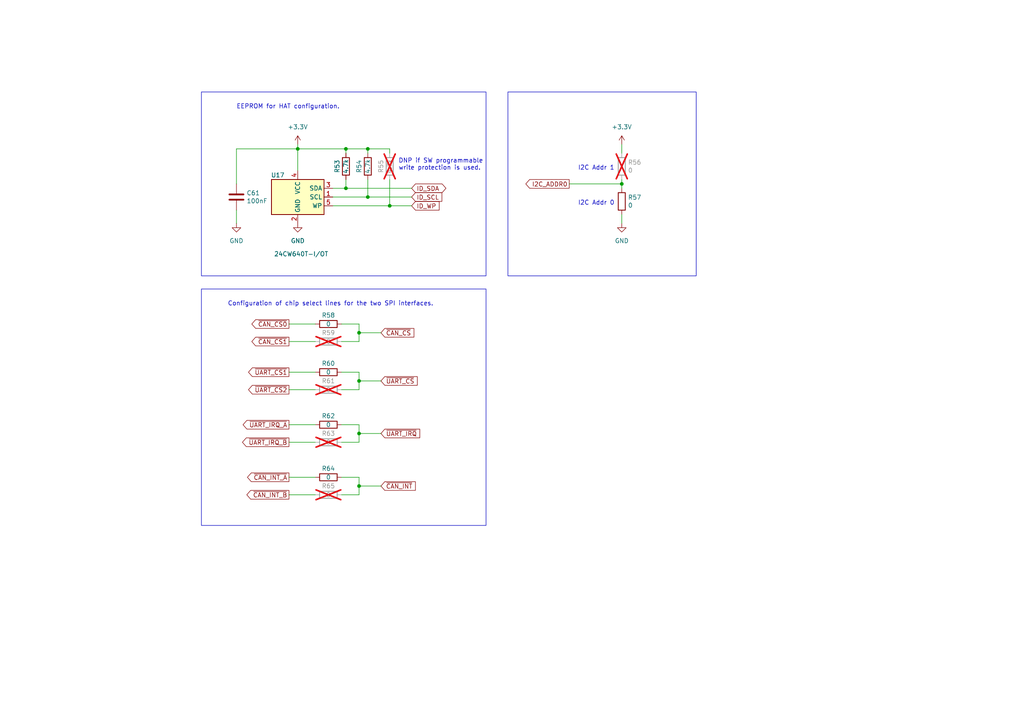
<source format=kicad_sch>
(kicad_sch (version 20231120) (generator "eeschema") (generator_version "8.0")
  (paper "A4")
  (title_block (title "HAT Configuration") (rev "1.0") (company "Schilling Engineering"))
  (lib_symbols
    (symbol "Device:C" (pin_numbers hide) (pin_names (offset 0.254))
      (property "Reference" "C" (at 0.635 2.54 0))
      (property "Value" "C" (at 0.635 -2.54 0))
      (symbol "C_0_1"
        (polyline (pts (xy -2.032 -0.762) (xy 2.032 -0.762)) (stroke (width 0.508)))
        (polyline (pts (xy -2.032 0.762) (xy 2.032 0.762)) (stroke (width 0.508)))
      )
      (symbol "C_1_1"
        (pin passive line (at 0 3.81 270) (length 2.794) (name "~") (number "1"))
        (pin passive line (at 0 -3.81 90) (length 2.794) (name "~") (number "2"))
      )
    )
    (symbol "Device:R" (pin_numbers hide) (pin_names (offset 0))
      (property "Reference" "R" (at 2.032 0 90))
      (property "Value" "R" (at 0 0 90))
      (symbol "R_0_1"
        (rectangle (start -1.016 -2.54) (end 1.016 2.54) (stroke (width 0.254)))
      )
      (symbol "R_1_1"
        (pin passive line (at 0 3.81 270) (length 1.27) (name "~") (number "1"))
        (pin passive line (at 0 -3.81 90) (length 1.27) (name "~") (number "2"))
      )
    )
    (symbol "Memory_EEPROM:AT24CS32-STUM"
      (property "Reference" "U" (at -7.62 6.35 0))
      (property "Value" "AT24CS32-STUM" (at 2.54 -6.35 0))
      (symbol "AT24CS32-STUM_1_1"
        (rectangle (start -7.62 5.08) (end 7.62 -5.08) (stroke (width 0.254)) (fill (type background)))
        (pin input line (at 10.16 0 180) (length 2.54) (name "SCL") (number "1"))
        (pin power_in line (at 0 -7.62 90) (length 2.54) (name "GND") (number "2"))
        (pin bidirectional line (at 10.16 2.54 180) (length 2.54) (name "SDA") (number "3"))
        (pin power_in line (at 0 7.62 270) (length 2.54) (name "VCC") (number "4"))
        (pin input line (at 10.16 -2.54 180) (length 2.54) (name "WP") (number "5"))
      )
    )
    (symbol "power:+3.3V" (power) (pin_names (offset 0))
      (property "Value" "+3.3V" (at 0 3.556 0))
      (symbol "+3.3V_0_1"
        (polyline (pts (xy -0.762 1.27) (xy 0 2.54)))
        (polyline (pts (xy 0 0) (xy 0 2.54)))
        (polyline (pts (xy 0 2.54) (xy 0.762 1.27)))
      )
      (symbol "+3.3V_1_1"
        (pin power_in line (at 0 0 90) (length 0) hide (name "+3.3V") (number "1"))
      )
    )
    (symbol "power:GND" (power) (pin_names (offset 0))
      (property "Value" "GND" (at 0 -3.81 0))
      (symbol "GND_0_1"
        (polyline (pts (xy 0 0) (xy 0 -1.27) (xy 1.27 -1.27) (xy 0 -2.54) (xy -1.27 -1.27) (xy 0 -1.27)))
      )
      (symbol "GND_1_1"
        (pin power_in line (at 0 0 270) (length 0) hide (name "GND") (number "1"))
      )
    )
  )
  (junction (at 106.68 57.15))
  (junction (at 104.14 96.52))
  (junction (at 100.33 43.18))
  (junction (at 180.34 53.34))
  (junction (at 104.14 110.49))
  (junction (at 104.14 125.73))
  (junction (at 100.33 54.61))
  (junction (at 106.68 43.18))
  (junction (at 86.36 43.18))
  (junction (at 113.03 59.69))
  (junction (at 104.14 140.97))
  (wire (pts (xy 96.52 59.69) (xy 113.03 59.69)))
  (wire (pts (xy 104.14 140.97) (xy 110.49 140.97)))
  (wire (pts (xy 86.36 43.18) (xy 100.33 43.18)))
  (wire (pts (xy 100.33 54.61) (xy 119.38 54.61)))
  (wire (pts (xy 106.68 43.18) (xy 106.68 44.45)))
  (wire (pts (xy 104.14 128.27) (xy 99.06 128.27)))
  (wire (pts (xy 83.82 93.98) (xy 91.44 93.98)))
  (wire (pts (xy 68.58 60.96) (xy 68.58 64.77)))
  (wire (pts (xy 100.33 52.07) (xy 100.33 54.61)))
  (wire (pts (xy 106.68 57.15) (xy 119.38 57.15)))
  (wire (pts (xy 104.14 113.03) (xy 99.06 113.03)))
  (wire (pts (xy 180.34 62.23) (xy 180.34 64.77)))
  (wire (pts (xy 113.03 52.07) (xy 113.03 59.69)))
  (wire (pts (xy 104.14 107.95) (xy 104.14 110.49)))
  (wire (pts (xy 104.14 138.43) (xy 104.14 140.97)))
  (wire (pts (xy 99.06 123.19) (xy 104.14 123.19)))
  (wire (pts (xy 104.14 125.73) (xy 110.49 125.73)))
  (wire (pts (xy 180.34 41.91) (xy 180.34 44.45)))
  (wire (pts (xy 100.33 43.18) (xy 106.68 43.18)))
  (wire (pts (xy 104.14 93.98) (xy 104.14 96.52)))
  (wire (pts (xy 113.03 59.69) (xy 119.38 59.69)))
  (wire (pts (xy 106.68 43.18) (xy 113.03 43.18)))
  (wire (pts (xy 104.14 110.49) (xy 110.49 110.49)))
  (wire (pts (xy 100.33 43.18) (xy 100.33 44.45)))
  (wire (pts (xy 180.34 53.34) (xy 165.1 53.34)))
  (wire (pts (xy 104.14 99.06) (xy 99.06 99.06)))
  (wire (pts (xy 106.68 52.07) (xy 106.68 57.15)))
  (wire (pts (xy 104.14 96.52) (xy 110.49 96.52)))
  (wire (pts (xy 83.82 113.03) (xy 91.44 113.03)))
  (wire (pts (xy 104.14 96.52) (xy 104.14 99.06)))
  (wire (pts (xy 86.36 41.91) (xy 86.36 43.18)))
  (wire (pts (xy 83.82 128.27) (xy 91.44 128.27)))
  (wire (pts (xy 99.06 107.95) (xy 104.14 107.95)))
  (wire (pts (xy 96.52 57.15) (xy 106.68 57.15)))
  (wire (pts (xy 83.82 99.06) (xy 91.44 99.06)))
  (wire (pts (xy 83.82 107.95) (xy 91.44 107.95)))
  (wire (pts (xy 104.14 110.49) (xy 104.14 113.03)))
  (wire (pts (xy 180.34 54.61) (xy 180.34 53.34)))
  (wire (pts (xy 99.06 138.43) (xy 104.14 138.43)))
  (wire (pts (xy 86.36 43.18) (xy 86.36 49.53)))
  (wire (pts (xy 104.14 123.19) (xy 104.14 125.73)))
  (wire (pts (xy 99.06 93.98) (xy 104.14 93.98)))
  (wire (pts (xy 68.58 43.18) (xy 68.58 53.34)))
  (wire (pts (xy 104.14 140.97) (xy 104.14 143.51)))
  (wire (pts (xy 104.14 143.51) (xy 99.06 143.51)))
  (wire (pts (xy 180.34 53.34) (xy 180.34 52.07)))
  (wire (pts (xy 104.14 125.73) (xy 104.14 128.27)))
  (wire (pts (xy 113.03 44.45) (xy 113.03 43.18)))
  (wire (pts (xy 83.82 138.43) (xy 91.44 138.43)))
  (wire (pts (xy 86.36 43.18) (xy 68.58 43.18)))
  (wire (pts (xy 83.82 123.19) (xy 91.44 123.19)))
  (wire (pts (xy 96.52 54.61) (xy 100.33 54.61)))
  (wire (pts (xy 83.82 143.51) (xy 91.44 143.51)))
  (rectangle (start 58.42 83.82) (end 140.97 152.4))
  (rectangle (start 147.32 26.67) (end 201.93 80.01))
  (rectangle (start 58.42 26.67) (end 140.97 80.01))
  (text "DNP if SW programmable\nwrite protection is used." (at 115.57 49.53 0) (effects (font (size 1.27 1.27)) (justify left bottom)))
  (text "I2C Addr 1" (at 167.64 49.53 0) (effects (font (size 1.27 1.27)) (justify left bottom)))
  (text "I2C Addr 0" (at 167.64 59.69 0) (effects (font (size 1.27 1.27)) (justify left bottom)))
  (text "EEPROM for HAT configuration.\n" (at 68.58 31.75 0) (effects (font (size 1.27 1.27)) (justify left bottom)))
  (text "Configuration of chip select lines for the two SPI interfaces." (at 66.04 88.9 0) (effects (font (size 1.27 1.27)) (justify left bottom)))
  (global_label "~{CAN_INT_B}" (shape output) (at 83.82 143.51 180) (property "Intersheetrefs" "${INTERSHEET_REFS}" (effects (hide yes))))
  (global_label "~{UART_CS}" (shape input) (at 110.49 110.49 0) (property "Intersheetrefs" "${INTERSHEET_REFS}" (effects (hide yes))))
  (global_label "I2C_ADDR0" (shape output) (at 165.1 53.34 180) (property "Intersheetrefs" "${INTERSHEET_REFS}" (effects (hide yes))))
  (global_label "~{UART_IRQ_A}" (shape output) (at 83.82 123.19 180) (property "Intersheetrefs" "${INTERSHEET_REFS}" (effects (hide yes))))
  (global_label "ID_SDA" (shape bidirectional) (at 119.38 54.61 0) (property "Intersheetrefs" "${INTERSHEET_REFS}" (effects (hide yes))))
  (global_label "ID_SCL" (shape input) (at 119.38 57.15 0) (property "Intersheetrefs" "${INTERSHEET_REFS}" (effects (hide yes))))
  (global_label "~{UART_CS2}" (shape output) (at 83.82 113.03 180) (property "Intersheetrefs" "${INTERSHEET_REFS}" (effects (hide yes))))
  (global_label "~{CAN_CS}" (shape input) (at 110.49 96.52 0) (property "Intersheetrefs" "${INTERSHEET_REFS}" (effects (hide yes))))
  (global_label "~{CAN_INT_A}" (shape output) (at 83.82 138.43 180) (property "Intersheetrefs" "${INTERSHEET_REFS}" (effects (hide yes))))
  (global_label "~{CAN_CS1}" (shape output) (at 83.82 99.06 180) (property "Intersheetrefs" "${INTERSHEET_REFS}" (effects (hide yes))))
  (global_label "~{UART_IRQ_B}" (shape output) (at 83.82 128.27 180) (property "Intersheetrefs" "${INTERSHEET_REFS}" (effects (hide yes))))
  (global_label "~{UART_CS1}" (shape output) (at 83.82 107.95 180) (property "Intersheetrefs" "${INTERSHEET_REFS}" (effects (hide yes))))
  (global_label "~{CAN_CS0}" (shape output) (at 83.82 93.98 180) (property "Intersheetrefs" "${INTERSHEET_REFS}" (effects (hide yes))))
  (global_label "~{UART_IRQ}" (shape input) (at 110.49 125.73 0) (property "Intersheetrefs" "${INTERSHEET_REFS}" (effects (hide yes))))
  (global_label "~{CAN_INT}" (shape input) (at 110.49 140.97 0) (property "Intersheetrefs" "${INTERSHEET_REFS}" (effects (hide yes))))
  (global_label "ID_WP" (shape input) (at 119.38 59.69 0) (property "Intersheetrefs" "${INTERSHEET_REFS}" (effects (hide yes))))
  (symbol (lib_id "power:+3.3V") (at 180.34 41.91 0) (unit 1)
    (property "Reference" "#PWR084" (effects (hide yes)))
    (property "Value" "+3.3V" (at 180.34 36.83 0))
  )
  (symbol (lib_id "Device:R") (at 106.68 48.26 0) (unit 1)
    (property "Reference" "R54" (at 104.14 48.26 90))
    (property "Value" "4.7k" (at 106.68 48.26 90))
    (property "Footprint" "Resistor_SMD:R_0402_1005Metric" (effects (hide yes)))
  )
  (symbol (lib_id "Device:R") (at 95.25 99.06 90) (unit 1) (dnp yes)
    (property "Reference" "R59" (at 95.25 96.52 90))
    (property "Value" "0" (at 95.25 99.06 90))
    (property "Footprint" "Resistor_SMD:R_0402_1005Metric" (effects (hide yes)))
  )
  (symbol (lib_id "power:GND") (at 180.34 64.77 0) (unit 1)
    (property "Reference" "#PWR087" (effects (hide yes)))
    (property "Value" "GND" (at 180.34 69.85 0))
  )
  (symbol (lib_id "power:GND") (at 86.36 64.77 0) (unit 1)
    (property "Reference" "#PWR086" (effects (hide yes)))
    (property "Value" "GND" (at 86.36 69.85 0))
  )
  (symbol (lib_id "power:+3.3V") (at 86.36 41.91 0) (unit 1)
    (property "Reference" "#PWR083" (effects (hide yes)))
    (property "Value" "+3.3V" (at 86.36 36.83 0))
  )
  (symbol (lib_id "Device:R") (at 113.03 48.26 0) (unit 1) (dnp yes)
    (property "Reference" "R55" (at 110.49 48.26 90))
    (property "Value" "4.7k" (at 113.03 48.26 90))
    (property "Footprint" "Resistor_SMD:R_0402_1005Metric" (effects (hide yes)))
  )
  (symbol (lib_id "Device:R") (at 95.25 107.95 90) (unit 1)
    (property "Reference" "R60" (at 95.25 105.41 90))
    (property "Value" "0" (at 95.25 107.95 90))
    (property "Footprint" "Resistor_SMD:R_0402_1005Metric" (effects (hide yes)))
  )
  (symbol (lib_id "Device:R") (at 180.34 58.42 0) (unit 1)
    (property "Reference" "R57" (at 182.118 57.2516 0) (effects (justify left)))
    (property "Value" "0" (at 182.118 59.563 0) (effects (justify left)))
    (property "Footprint" "Resistor_SMD:R_0402_1005Metric" (effects (hide yes)))
  )
  (symbol (lib_id "Device:R") (at 95.25 128.27 90) (unit 1) (dnp yes)
    (property "Reference" "R63" (at 95.25 125.73 90))
    (property "Value" "0" (at 95.25 128.27 90))
    (property "Footprint" "Resistor_SMD:R_0402_1005Metric" (effects (hide yes)))
  )
  (symbol (lib_id "Device:R") (at 95.25 123.19 90) (unit 1)
    (property "Reference" "R62" (at 95.25 120.65 90))
    (property "Value" "0" (at 95.25 123.19 90))
    (property "Footprint" "Resistor_SMD:R_0402_1005Metric" (effects (hide yes)))
  )
  (symbol (lib_id "Device:C") (at 68.58 57.15 0) (unit 1)
    (property "Reference" "C61" (at 71.501 55.9816 0) (effects (justify left)))
    (property "Value" "100nF" (at 71.501 58.293 0) (effects (justify left)))
    (property "Footprint" "Capacitor_SMD:C_0402_1005Metric" (effects (hide yes)))
  )
  (symbol (lib_id "Device:R") (at 95.25 113.03 90) (unit 1) (dnp yes)
    (property "Reference" "R61" (at 95.25 110.49 90))
    (property "Value" "0" (at 95.25 113.03 90))
    (property "Footprint" "Resistor_SMD:R_0402_1005Metric" (effects (hide yes)))
  )
  (symbol (lib_id "Device:R") (at 95.25 138.43 90) (unit 1)
    (property "Reference" "R64" (at 95.25 135.89 90))
    (property "Value" "0" (at 95.25 138.43 90))
    (property "Footprint" "Resistor_SMD:R_0402_1005Metric" (effects (hide yes)))
  )
  (symbol (lib_id "Device:R") (at 95.25 93.98 90) (unit 1)
    (property "Reference" "R58" (at 95.25 91.44 90))
    (property "Value" "0" (at 95.25 93.98 90))
    (property "Footprint" "Resistor_SMD:R_0402_1005Metric" (effects (hide yes)))
  )
  (symbol (lib_id "power:GND") (at 68.58 64.77 0) (unit 1)
    (property "Reference" "#PWR085" (effects (hide yes)))
    (property "Value" "GND" (at 68.58 69.85 0))
  )
  (symbol (lib_id "Device:R") (at 100.33 48.26 0) (unit 1)
    (property "Reference" "R53" (at 97.79 48.26 90))
    (property "Value" "4.7k" (at 100.33 48.26 90))
    (property "Footprint" "Resistor_SMD:R_0402_1005Metric" (effects (hide yes)))
  )
  (symbol (lib_id "Device:R") (at 180.34 48.26 0) (unit 1) (dnp yes)
    (property "Reference" "R56" (at 182.118 47.0916 0) (effects (justify left)))
    (property "Value" "0" (at 182.118 49.403 0) (effects (justify left)))
    (property "Footprint" "Resistor_SMD:R_0402_1005Metric" (effects (hide yes)))
  )
  (symbol (lib_id "Memory_EEPROM:AT24CS32-STUM") (at 86.36 57.15 0) (unit 1)
    (property "Reference" "U17" (at 82.55 50.8 0) (effects (justify right)))
    (property "Value" "24CW640T-I/OT" (at 95.25 73.66 0) (effects (justify right)))
    (property "Footprint" "Package_TO_SOT_SMD:SOT-23-5" (effects (hide yes)))
    (property "Datasheet" "https://ww1.microchip.com/downloads/aemDocuments/documents/MPD/ProductDocuments/DataSheets/24CW16X-24CW32X-24CW64X-24CW128X-Data-Sheet-DS20005772.pdf" (effects (hide yes)))
  )
  (symbol (lib_id "Device:R") (at 95.25 143.51 90) (unit 1) (dnp yes)
    (property "Reference" "R65" (at 95.25 140.97 90))
    (property "Value" "0" (at 95.25 143.51 90))
    (property "Footprint" "Resistor_SMD:R_0402_1005Metric" (effects (hide yes)))
  )
)
</source>
